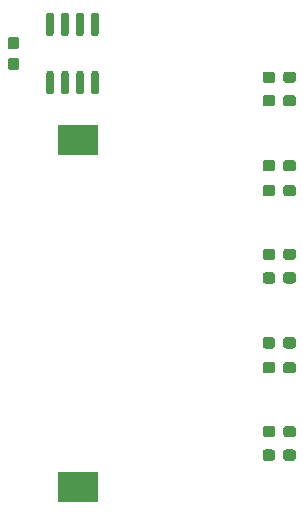
<source format=gbr>
G04 #@! TF.GenerationSoftware,KiCad,Pcbnew,(5.1.4)-1*
G04 #@! TF.CreationDate,2020-07-15T08:52:25-04:00*
G04 #@! TF.ProjectId,LoquatiousOfBored,4c6f7175-6174-4696-9f75-734f66426f72,rev?*
G04 #@! TF.SameCoordinates,Original*
G04 #@! TF.FileFunction,Paste,Top*
G04 #@! TF.FilePolarity,Positive*
%FSLAX46Y46*%
G04 Gerber Fmt 4.6, Leading zero omitted, Abs format (unit mm)*
G04 Created by KiCad (PCBNEW (5.1.4)-1) date 2020-07-15 08:52:25*
%MOMM*%
%LPD*%
G04 APERTURE LIST*
%ADD10R,3.510000X2.540000*%
%ADD11C,0.100000*%
%ADD12C,0.600000*%
%ADD13C,0.950000*%
G04 APERTURE END LIST*
D10*
X63000000Y-67320000D03*
X63000000Y-96680000D03*
D11*
G36*
X60759703Y-56550722D02*
G01*
X60774264Y-56552882D01*
X60788543Y-56556459D01*
X60802403Y-56561418D01*
X60815710Y-56567712D01*
X60828336Y-56575280D01*
X60840159Y-56584048D01*
X60851066Y-56593934D01*
X60860952Y-56604841D01*
X60869720Y-56616664D01*
X60877288Y-56629290D01*
X60883582Y-56642597D01*
X60888541Y-56656457D01*
X60892118Y-56670736D01*
X60894278Y-56685297D01*
X60895000Y-56700000D01*
X60895000Y-58350000D01*
X60894278Y-58364703D01*
X60892118Y-58379264D01*
X60888541Y-58393543D01*
X60883582Y-58407403D01*
X60877288Y-58420710D01*
X60869720Y-58433336D01*
X60860952Y-58445159D01*
X60851066Y-58456066D01*
X60840159Y-58465952D01*
X60828336Y-58474720D01*
X60815710Y-58482288D01*
X60802403Y-58488582D01*
X60788543Y-58493541D01*
X60774264Y-58497118D01*
X60759703Y-58499278D01*
X60745000Y-58500000D01*
X60445000Y-58500000D01*
X60430297Y-58499278D01*
X60415736Y-58497118D01*
X60401457Y-58493541D01*
X60387597Y-58488582D01*
X60374290Y-58482288D01*
X60361664Y-58474720D01*
X60349841Y-58465952D01*
X60338934Y-58456066D01*
X60329048Y-58445159D01*
X60320280Y-58433336D01*
X60312712Y-58420710D01*
X60306418Y-58407403D01*
X60301459Y-58393543D01*
X60297882Y-58379264D01*
X60295722Y-58364703D01*
X60295000Y-58350000D01*
X60295000Y-56700000D01*
X60295722Y-56685297D01*
X60297882Y-56670736D01*
X60301459Y-56656457D01*
X60306418Y-56642597D01*
X60312712Y-56629290D01*
X60320280Y-56616664D01*
X60329048Y-56604841D01*
X60338934Y-56593934D01*
X60349841Y-56584048D01*
X60361664Y-56575280D01*
X60374290Y-56567712D01*
X60387597Y-56561418D01*
X60401457Y-56556459D01*
X60415736Y-56552882D01*
X60430297Y-56550722D01*
X60445000Y-56550000D01*
X60745000Y-56550000D01*
X60759703Y-56550722D01*
X60759703Y-56550722D01*
G37*
D12*
X60595000Y-57525000D03*
D11*
G36*
X62029703Y-56550722D02*
G01*
X62044264Y-56552882D01*
X62058543Y-56556459D01*
X62072403Y-56561418D01*
X62085710Y-56567712D01*
X62098336Y-56575280D01*
X62110159Y-56584048D01*
X62121066Y-56593934D01*
X62130952Y-56604841D01*
X62139720Y-56616664D01*
X62147288Y-56629290D01*
X62153582Y-56642597D01*
X62158541Y-56656457D01*
X62162118Y-56670736D01*
X62164278Y-56685297D01*
X62165000Y-56700000D01*
X62165000Y-58350000D01*
X62164278Y-58364703D01*
X62162118Y-58379264D01*
X62158541Y-58393543D01*
X62153582Y-58407403D01*
X62147288Y-58420710D01*
X62139720Y-58433336D01*
X62130952Y-58445159D01*
X62121066Y-58456066D01*
X62110159Y-58465952D01*
X62098336Y-58474720D01*
X62085710Y-58482288D01*
X62072403Y-58488582D01*
X62058543Y-58493541D01*
X62044264Y-58497118D01*
X62029703Y-58499278D01*
X62015000Y-58500000D01*
X61715000Y-58500000D01*
X61700297Y-58499278D01*
X61685736Y-58497118D01*
X61671457Y-58493541D01*
X61657597Y-58488582D01*
X61644290Y-58482288D01*
X61631664Y-58474720D01*
X61619841Y-58465952D01*
X61608934Y-58456066D01*
X61599048Y-58445159D01*
X61590280Y-58433336D01*
X61582712Y-58420710D01*
X61576418Y-58407403D01*
X61571459Y-58393543D01*
X61567882Y-58379264D01*
X61565722Y-58364703D01*
X61565000Y-58350000D01*
X61565000Y-56700000D01*
X61565722Y-56685297D01*
X61567882Y-56670736D01*
X61571459Y-56656457D01*
X61576418Y-56642597D01*
X61582712Y-56629290D01*
X61590280Y-56616664D01*
X61599048Y-56604841D01*
X61608934Y-56593934D01*
X61619841Y-56584048D01*
X61631664Y-56575280D01*
X61644290Y-56567712D01*
X61657597Y-56561418D01*
X61671457Y-56556459D01*
X61685736Y-56552882D01*
X61700297Y-56550722D01*
X61715000Y-56550000D01*
X62015000Y-56550000D01*
X62029703Y-56550722D01*
X62029703Y-56550722D01*
G37*
D12*
X61865000Y-57525000D03*
D11*
G36*
X63299703Y-56550722D02*
G01*
X63314264Y-56552882D01*
X63328543Y-56556459D01*
X63342403Y-56561418D01*
X63355710Y-56567712D01*
X63368336Y-56575280D01*
X63380159Y-56584048D01*
X63391066Y-56593934D01*
X63400952Y-56604841D01*
X63409720Y-56616664D01*
X63417288Y-56629290D01*
X63423582Y-56642597D01*
X63428541Y-56656457D01*
X63432118Y-56670736D01*
X63434278Y-56685297D01*
X63435000Y-56700000D01*
X63435000Y-58350000D01*
X63434278Y-58364703D01*
X63432118Y-58379264D01*
X63428541Y-58393543D01*
X63423582Y-58407403D01*
X63417288Y-58420710D01*
X63409720Y-58433336D01*
X63400952Y-58445159D01*
X63391066Y-58456066D01*
X63380159Y-58465952D01*
X63368336Y-58474720D01*
X63355710Y-58482288D01*
X63342403Y-58488582D01*
X63328543Y-58493541D01*
X63314264Y-58497118D01*
X63299703Y-58499278D01*
X63285000Y-58500000D01*
X62985000Y-58500000D01*
X62970297Y-58499278D01*
X62955736Y-58497118D01*
X62941457Y-58493541D01*
X62927597Y-58488582D01*
X62914290Y-58482288D01*
X62901664Y-58474720D01*
X62889841Y-58465952D01*
X62878934Y-58456066D01*
X62869048Y-58445159D01*
X62860280Y-58433336D01*
X62852712Y-58420710D01*
X62846418Y-58407403D01*
X62841459Y-58393543D01*
X62837882Y-58379264D01*
X62835722Y-58364703D01*
X62835000Y-58350000D01*
X62835000Y-56700000D01*
X62835722Y-56685297D01*
X62837882Y-56670736D01*
X62841459Y-56656457D01*
X62846418Y-56642597D01*
X62852712Y-56629290D01*
X62860280Y-56616664D01*
X62869048Y-56604841D01*
X62878934Y-56593934D01*
X62889841Y-56584048D01*
X62901664Y-56575280D01*
X62914290Y-56567712D01*
X62927597Y-56561418D01*
X62941457Y-56556459D01*
X62955736Y-56552882D01*
X62970297Y-56550722D01*
X62985000Y-56550000D01*
X63285000Y-56550000D01*
X63299703Y-56550722D01*
X63299703Y-56550722D01*
G37*
D12*
X63135000Y-57525000D03*
D11*
G36*
X64569703Y-56550722D02*
G01*
X64584264Y-56552882D01*
X64598543Y-56556459D01*
X64612403Y-56561418D01*
X64625710Y-56567712D01*
X64638336Y-56575280D01*
X64650159Y-56584048D01*
X64661066Y-56593934D01*
X64670952Y-56604841D01*
X64679720Y-56616664D01*
X64687288Y-56629290D01*
X64693582Y-56642597D01*
X64698541Y-56656457D01*
X64702118Y-56670736D01*
X64704278Y-56685297D01*
X64705000Y-56700000D01*
X64705000Y-58350000D01*
X64704278Y-58364703D01*
X64702118Y-58379264D01*
X64698541Y-58393543D01*
X64693582Y-58407403D01*
X64687288Y-58420710D01*
X64679720Y-58433336D01*
X64670952Y-58445159D01*
X64661066Y-58456066D01*
X64650159Y-58465952D01*
X64638336Y-58474720D01*
X64625710Y-58482288D01*
X64612403Y-58488582D01*
X64598543Y-58493541D01*
X64584264Y-58497118D01*
X64569703Y-58499278D01*
X64555000Y-58500000D01*
X64255000Y-58500000D01*
X64240297Y-58499278D01*
X64225736Y-58497118D01*
X64211457Y-58493541D01*
X64197597Y-58488582D01*
X64184290Y-58482288D01*
X64171664Y-58474720D01*
X64159841Y-58465952D01*
X64148934Y-58456066D01*
X64139048Y-58445159D01*
X64130280Y-58433336D01*
X64122712Y-58420710D01*
X64116418Y-58407403D01*
X64111459Y-58393543D01*
X64107882Y-58379264D01*
X64105722Y-58364703D01*
X64105000Y-58350000D01*
X64105000Y-56700000D01*
X64105722Y-56685297D01*
X64107882Y-56670736D01*
X64111459Y-56656457D01*
X64116418Y-56642597D01*
X64122712Y-56629290D01*
X64130280Y-56616664D01*
X64139048Y-56604841D01*
X64148934Y-56593934D01*
X64159841Y-56584048D01*
X64171664Y-56575280D01*
X64184290Y-56567712D01*
X64197597Y-56561418D01*
X64211457Y-56556459D01*
X64225736Y-56552882D01*
X64240297Y-56550722D01*
X64255000Y-56550000D01*
X64555000Y-56550000D01*
X64569703Y-56550722D01*
X64569703Y-56550722D01*
G37*
D12*
X64405000Y-57525000D03*
D11*
G36*
X64569703Y-61500722D02*
G01*
X64584264Y-61502882D01*
X64598543Y-61506459D01*
X64612403Y-61511418D01*
X64625710Y-61517712D01*
X64638336Y-61525280D01*
X64650159Y-61534048D01*
X64661066Y-61543934D01*
X64670952Y-61554841D01*
X64679720Y-61566664D01*
X64687288Y-61579290D01*
X64693582Y-61592597D01*
X64698541Y-61606457D01*
X64702118Y-61620736D01*
X64704278Y-61635297D01*
X64705000Y-61650000D01*
X64705000Y-63300000D01*
X64704278Y-63314703D01*
X64702118Y-63329264D01*
X64698541Y-63343543D01*
X64693582Y-63357403D01*
X64687288Y-63370710D01*
X64679720Y-63383336D01*
X64670952Y-63395159D01*
X64661066Y-63406066D01*
X64650159Y-63415952D01*
X64638336Y-63424720D01*
X64625710Y-63432288D01*
X64612403Y-63438582D01*
X64598543Y-63443541D01*
X64584264Y-63447118D01*
X64569703Y-63449278D01*
X64555000Y-63450000D01*
X64255000Y-63450000D01*
X64240297Y-63449278D01*
X64225736Y-63447118D01*
X64211457Y-63443541D01*
X64197597Y-63438582D01*
X64184290Y-63432288D01*
X64171664Y-63424720D01*
X64159841Y-63415952D01*
X64148934Y-63406066D01*
X64139048Y-63395159D01*
X64130280Y-63383336D01*
X64122712Y-63370710D01*
X64116418Y-63357403D01*
X64111459Y-63343543D01*
X64107882Y-63329264D01*
X64105722Y-63314703D01*
X64105000Y-63300000D01*
X64105000Y-61650000D01*
X64105722Y-61635297D01*
X64107882Y-61620736D01*
X64111459Y-61606457D01*
X64116418Y-61592597D01*
X64122712Y-61579290D01*
X64130280Y-61566664D01*
X64139048Y-61554841D01*
X64148934Y-61543934D01*
X64159841Y-61534048D01*
X64171664Y-61525280D01*
X64184290Y-61517712D01*
X64197597Y-61511418D01*
X64211457Y-61506459D01*
X64225736Y-61502882D01*
X64240297Y-61500722D01*
X64255000Y-61500000D01*
X64555000Y-61500000D01*
X64569703Y-61500722D01*
X64569703Y-61500722D01*
G37*
D12*
X64405000Y-62475000D03*
D11*
G36*
X63299703Y-61500722D02*
G01*
X63314264Y-61502882D01*
X63328543Y-61506459D01*
X63342403Y-61511418D01*
X63355710Y-61517712D01*
X63368336Y-61525280D01*
X63380159Y-61534048D01*
X63391066Y-61543934D01*
X63400952Y-61554841D01*
X63409720Y-61566664D01*
X63417288Y-61579290D01*
X63423582Y-61592597D01*
X63428541Y-61606457D01*
X63432118Y-61620736D01*
X63434278Y-61635297D01*
X63435000Y-61650000D01*
X63435000Y-63300000D01*
X63434278Y-63314703D01*
X63432118Y-63329264D01*
X63428541Y-63343543D01*
X63423582Y-63357403D01*
X63417288Y-63370710D01*
X63409720Y-63383336D01*
X63400952Y-63395159D01*
X63391066Y-63406066D01*
X63380159Y-63415952D01*
X63368336Y-63424720D01*
X63355710Y-63432288D01*
X63342403Y-63438582D01*
X63328543Y-63443541D01*
X63314264Y-63447118D01*
X63299703Y-63449278D01*
X63285000Y-63450000D01*
X62985000Y-63450000D01*
X62970297Y-63449278D01*
X62955736Y-63447118D01*
X62941457Y-63443541D01*
X62927597Y-63438582D01*
X62914290Y-63432288D01*
X62901664Y-63424720D01*
X62889841Y-63415952D01*
X62878934Y-63406066D01*
X62869048Y-63395159D01*
X62860280Y-63383336D01*
X62852712Y-63370710D01*
X62846418Y-63357403D01*
X62841459Y-63343543D01*
X62837882Y-63329264D01*
X62835722Y-63314703D01*
X62835000Y-63300000D01*
X62835000Y-61650000D01*
X62835722Y-61635297D01*
X62837882Y-61620736D01*
X62841459Y-61606457D01*
X62846418Y-61592597D01*
X62852712Y-61579290D01*
X62860280Y-61566664D01*
X62869048Y-61554841D01*
X62878934Y-61543934D01*
X62889841Y-61534048D01*
X62901664Y-61525280D01*
X62914290Y-61517712D01*
X62927597Y-61511418D01*
X62941457Y-61506459D01*
X62955736Y-61502882D01*
X62970297Y-61500722D01*
X62985000Y-61500000D01*
X63285000Y-61500000D01*
X63299703Y-61500722D01*
X63299703Y-61500722D01*
G37*
D12*
X63135000Y-62475000D03*
D11*
G36*
X62029703Y-61500722D02*
G01*
X62044264Y-61502882D01*
X62058543Y-61506459D01*
X62072403Y-61511418D01*
X62085710Y-61517712D01*
X62098336Y-61525280D01*
X62110159Y-61534048D01*
X62121066Y-61543934D01*
X62130952Y-61554841D01*
X62139720Y-61566664D01*
X62147288Y-61579290D01*
X62153582Y-61592597D01*
X62158541Y-61606457D01*
X62162118Y-61620736D01*
X62164278Y-61635297D01*
X62165000Y-61650000D01*
X62165000Y-63300000D01*
X62164278Y-63314703D01*
X62162118Y-63329264D01*
X62158541Y-63343543D01*
X62153582Y-63357403D01*
X62147288Y-63370710D01*
X62139720Y-63383336D01*
X62130952Y-63395159D01*
X62121066Y-63406066D01*
X62110159Y-63415952D01*
X62098336Y-63424720D01*
X62085710Y-63432288D01*
X62072403Y-63438582D01*
X62058543Y-63443541D01*
X62044264Y-63447118D01*
X62029703Y-63449278D01*
X62015000Y-63450000D01*
X61715000Y-63450000D01*
X61700297Y-63449278D01*
X61685736Y-63447118D01*
X61671457Y-63443541D01*
X61657597Y-63438582D01*
X61644290Y-63432288D01*
X61631664Y-63424720D01*
X61619841Y-63415952D01*
X61608934Y-63406066D01*
X61599048Y-63395159D01*
X61590280Y-63383336D01*
X61582712Y-63370710D01*
X61576418Y-63357403D01*
X61571459Y-63343543D01*
X61567882Y-63329264D01*
X61565722Y-63314703D01*
X61565000Y-63300000D01*
X61565000Y-61650000D01*
X61565722Y-61635297D01*
X61567882Y-61620736D01*
X61571459Y-61606457D01*
X61576418Y-61592597D01*
X61582712Y-61579290D01*
X61590280Y-61566664D01*
X61599048Y-61554841D01*
X61608934Y-61543934D01*
X61619841Y-61534048D01*
X61631664Y-61525280D01*
X61644290Y-61517712D01*
X61657597Y-61511418D01*
X61671457Y-61506459D01*
X61685736Y-61502882D01*
X61700297Y-61500722D01*
X61715000Y-61500000D01*
X62015000Y-61500000D01*
X62029703Y-61500722D01*
X62029703Y-61500722D01*
G37*
D12*
X61865000Y-62475000D03*
D11*
G36*
X60759703Y-61500722D02*
G01*
X60774264Y-61502882D01*
X60788543Y-61506459D01*
X60802403Y-61511418D01*
X60815710Y-61517712D01*
X60828336Y-61525280D01*
X60840159Y-61534048D01*
X60851066Y-61543934D01*
X60860952Y-61554841D01*
X60869720Y-61566664D01*
X60877288Y-61579290D01*
X60883582Y-61592597D01*
X60888541Y-61606457D01*
X60892118Y-61620736D01*
X60894278Y-61635297D01*
X60895000Y-61650000D01*
X60895000Y-63300000D01*
X60894278Y-63314703D01*
X60892118Y-63329264D01*
X60888541Y-63343543D01*
X60883582Y-63357403D01*
X60877288Y-63370710D01*
X60869720Y-63383336D01*
X60860952Y-63395159D01*
X60851066Y-63406066D01*
X60840159Y-63415952D01*
X60828336Y-63424720D01*
X60815710Y-63432288D01*
X60802403Y-63438582D01*
X60788543Y-63443541D01*
X60774264Y-63447118D01*
X60759703Y-63449278D01*
X60745000Y-63450000D01*
X60445000Y-63450000D01*
X60430297Y-63449278D01*
X60415736Y-63447118D01*
X60401457Y-63443541D01*
X60387597Y-63438582D01*
X60374290Y-63432288D01*
X60361664Y-63424720D01*
X60349841Y-63415952D01*
X60338934Y-63406066D01*
X60329048Y-63395159D01*
X60320280Y-63383336D01*
X60312712Y-63370710D01*
X60306418Y-63357403D01*
X60301459Y-63343543D01*
X60297882Y-63329264D01*
X60295722Y-63314703D01*
X60295000Y-63300000D01*
X60295000Y-61650000D01*
X60295722Y-61635297D01*
X60297882Y-61620736D01*
X60301459Y-61606457D01*
X60306418Y-61592597D01*
X60312712Y-61579290D01*
X60320280Y-61566664D01*
X60329048Y-61554841D01*
X60338934Y-61543934D01*
X60349841Y-61534048D01*
X60361664Y-61525280D01*
X60374290Y-61517712D01*
X60387597Y-61511418D01*
X60401457Y-61506459D01*
X60415736Y-61502882D01*
X60430297Y-61500722D01*
X60445000Y-61500000D01*
X60745000Y-61500000D01*
X60759703Y-61500722D01*
X60759703Y-61500722D01*
G37*
D12*
X60595000Y-62475000D03*
D11*
G36*
X57760779Y-58601144D02*
G01*
X57783834Y-58604563D01*
X57806443Y-58610227D01*
X57828387Y-58618079D01*
X57849457Y-58628044D01*
X57869448Y-58640026D01*
X57888168Y-58653910D01*
X57905438Y-58669562D01*
X57921090Y-58686832D01*
X57934974Y-58705552D01*
X57946956Y-58725543D01*
X57956921Y-58746613D01*
X57964773Y-58768557D01*
X57970437Y-58791166D01*
X57973856Y-58814221D01*
X57975000Y-58837500D01*
X57975000Y-59412500D01*
X57973856Y-59435779D01*
X57970437Y-59458834D01*
X57964773Y-59481443D01*
X57956921Y-59503387D01*
X57946956Y-59524457D01*
X57934974Y-59544448D01*
X57921090Y-59563168D01*
X57905438Y-59580438D01*
X57888168Y-59596090D01*
X57869448Y-59609974D01*
X57849457Y-59621956D01*
X57828387Y-59631921D01*
X57806443Y-59639773D01*
X57783834Y-59645437D01*
X57760779Y-59648856D01*
X57737500Y-59650000D01*
X57262500Y-59650000D01*
X57239221Y-59648856D01*
X57216166Y-59645437D01*
X57193557Y-59639773D01*
X57171613Y-59631921D01*
X57150543Y-59621956D01*
X57130552Y-59609974D01*
X57111832Y-59596090D01*
X57094562Y-59580438D01*
X57078910Y-59563168D01*
X57065026Y-59544448D01*
X57053044Y-59524457D01*
X57043079Y-59503387D01*
X57035227Y-59481443D01*
X57029563Y-59458834D01*
X57026144Y-59435779D01*
X57025000Y-59412500D01*
X57025000Y-58837500D01*
X57026144Y-58814221D01*
X57029563Y-58791166D01*
X57035227Y-58768557D01*
X57043079Y-58746613D01*
X57053044Y-58725543D01*
X57065026Y-58705552D01*
X57078910Y-58686832D01*
X57094562Y-58669562D01*
X57111832Y-58653910D01*
X57130552Y-58640026D01*
X57150543Y-58628044D01*
X57171613Y-58618079D01*
X57193557Y-58610227D01*
X57216166Y-58604563D01*
X57239221Y-58601144D01*
X57262500Y-58600000D01*
X57737500Y-58600000D01*
X57760779Y-58601144D01*
X57760779Y-58601144D01*
G37*
D13*
X57500000Y-59125000D03*
D11*
G36*
X57760779Y-60351144D02*
G01*
X57783834Y-60354563D01*
X57806443Y-60360227D01*
X57828387Y-60368079D01*
X57849457Y-60378044D01*
X57869448Y-60390026D01*
X57888168Y-60403910D01*
X57905438Y-60419562D01*
X57921090Y-60436832D01*
X57934974Y-60455552D01*
X57946956Y-60475543D01*
X57956921Y-60496613D01*
X57964773Y-60518557D01*
X57970437Y-60541166D01*
X57973856Y-60564221D01*
X57975000Y-60587500D01*
X57975000Y-61162500D01*
X57973856Y-61185779D01*
X57970437Y-61208834D01*
X57964773Y-61231443D01*
X57956921Y-61253387D01*
X57946956Y-61274457D01*
X57934974Y-61294448D01*
X57921090Y-61313168D01*
X57905438Y-61330438D01*
X57888168Y-61346090D01*
X57869448Y-61359974D01*
X57849457Y-61371956D01*
X57828387Y-61381921D01*
X57806443Y-61389773D01*
X57783834Y-61395437D01*
X57760779Y-61398856D01*
X57737500Y-61400000D01*
X57262500Y-61400000D01*
X57239221Y-61398856D01*
X57216166Y-61395437D01*
X57193557Y-61389773D01*
X57171613Y-61381921D01*
X57150543Y-61371956D01*
X57130552Y-61359974D01*
X57111832Y-61346090D01*
X57094562Y-61330438D01*
X57078910Y-61313168D01*
X57065026Y-61294448D01*
X57053044Y-61274457D01*
X57043079Y-61253387D01*
X57035227Y-61231443D01*
X57029563Y-61208834D01*
X57026144Y-61185779D01*
X57025000Y-61162500D01*
X57025000Y-60587500D01*
X57026144Y-60564221D01*
X57029563Y-60541166D01*
X57035227Y-60518557D01*
X57043079Y-60496613D01*
X57053044Y-60475543D01*
X57065026Y-60455552D01*
X57078910Y-60436832D01*
X57094562Y-60419562D01*
X57111832Y-60403910D01*
X57130552Y-60390026D01*
X57150543Y-60378044D01*
X57171613Y-60368079D01*
X57193557Y-60360227D01*
X57216166Y-60354563D01*
X57239221Y-60351144D01*
X57262500Y-60350000D01*
X57737500Y-60350000D01*
X57760779Y-60351144D01*
X57760779Y-60351144D01*
G37*
D13*
X57500000Y-60875000D03*
D11*
G36*
X79435779Y-84026144D02*
G01*
X79458834Y-84029563D01*
X79481443Y-84035227D01*
X79503387Y-84043079D01*
X79524457Y-84053044D01*
X79544448Y-84065026D01*
X79563168Y-84078910D01*
X79580438Y-84094562D01*
X79596090Y-84111832D01*
X79609974Y-84130552D01*
X79621956Y-84150543D01*
X79631921Y-84171613D01*
X79639773Y-84193557D01*
X79645437Y-84216166D01*
X79648856Y-84239221D01*
X79650000Y-84262500D01*
X79650000Y-84737500D01*
X79648856Y-84760779D01*
X79645437Y-84783834D01*
X79639773Y-84806443D01*
X79631921Y-84828387D01*
X79621956Y-84849457D01*
X79609974Y-84869448D01*
X79596090Y-84888168D01*
X79580438Y-84905438D01*
X79563168Y-84921090D01*
X79544448Y-84934974D01*
X79524457Y-84946956D01*
X79503387Y-84956921D01*
X79481443Y-84964773D01*
X79458834Y-84970437D01*
X79435779Y-84973856D01*
X79412500Y-84975000D01*
X78837500Y-84975000D01*
X78814221Y-84973856D01*
X78791166Y-84970437D01*
X78768557Y-84964773D01*
X78746613Y-84956921D01*
X78725543Y-84946956D01*
X78705552Y-84934974D01*
X78686832Y-84921090D01*
X78669562Y-84905438D01*
X78653910Y-84888168D01*
X78640026Y-84869448D01*
X78628044Y-84849457D01*
X78618079Y-84828387D01*
X78610227Y-84806443D01*
X78604563Y-84783834D01*
X78601144Y-84760779D01*
X78600000Y-84737500D01*
X78600000Y-84262500D01*
X78601144Y-84239221D01*
X78604563Y-84216166D01*
X78610227Y-84193557D01*
X78618079Y-84171613D01*
X78628044Y-84150543D01*
X78640026Y-84130552D01*
X78653910Y-84111832D01*
X78669562Y-84094562D01*
X78686832Y-84078910D01*
X78705552Y-84065026D01*
X78725543Y-84053044D01*
X78746613Y-84043079D01*
X78768557Y-84035227D01*
X78791166Y-84029563D01*
X78814221Y-84026144D01*
X78837500Y-84025000D01*
X79412500Y-84025000D01*
X79435779Y-84026144D01*
X79435779Y-84026144D01*
G37*
D13*
X79125000Y-84500000D03*
D11*
G36*
X81185779Y-84026144D02*
G01*
X81208834Y-84029563D01*
X81231443Y-84035227D01*
X81253387Y-84043079D01*
X81274457Y-84053044D01*
X81294448Y-84065026D01*
X81313168Y-84078910D01*
X81330438Y-84094562D01*
X81346090Y-84111832D01*
X81359974Y-84130552D01*
X81371956Y-84150543D01*
X81381921Y-84171613D01*
X81389773Y-84193557D01*
X81395437Y-84216166D01*
X81398856Y-84239221D01*
X81400000Y-84262500D01*
X81400000Y-84737500D01*
X81398856Y-84760779D01*
X81395437Y-84783834D01*
X81389773Y-84806443D01*
X81381921Y-84828387D01*
X81371956Y-84849457D01*
X81359974Y-84869448D01*
X81346090Y-84888168D01*
X81330438Y-84905438D01*
X81313168Y-84921090D01*
X81294448Y-84934974D01*
X81274457Y-84946956D01*
X81253387Y-84956921D01*
X81231443Y-84964773D01*
X81208834Y-84970437D01*
X81185779Y-84973856D01*
X81162500Y-84975000D01*
X80587500Y-84975000D01*
X80564221Y-84973856D01*
X80541166Y-84970437D01*
X80518557Y-84964773D01*
X80496613Y-84956921D01*
X80475543Y-84946956D01*
X80455552Y-84934974D01*
X80436832Y-84921090D01*
X80419562Y-84905438D01*
X80403910Y-84888168D01*
X80390026Y-84869448D01*
X80378044Y-84849457D01*
X80368079Y-84828387D01*
X80360227Y-84806443D01*
X80354563Y-84783834D01*
X80351144Y-84760779D01*
X80350000Y-84737500D01*
X80350000Y-84262500D01*
X80351144Y-84239221D01*
X80354563Y-84216166D01*
X80360227Y-84193557D01*
X80368079Y-84171613D01*
X80378044Y-84150543D01*
X80390026Y-84130552D01*
X80403910Y-84111832D01*
X80419562Y-84094562D01*
X80436832Y-84078910D01*
X80455552Y-84065026D01*
X80475543Y-84053044D01*
X80496613Y-84043079D01*
X80518557Y-84035227D01*
X80541166Y-84029563D01*
X80564221Y-84026144D01*
X80587500Y-84025000D01*
X81162500Y-84025000D01*
X81185779Y-84026144D01*
X81185779Y-84026144D01*
G37*
D13*
X80875000Y-84500000D03*
D11*
G36*
X79435779Y-91526144D02*
G01*
X79458834Y-91529563D01*
X79481443Y-91535227D01*
X79503387Y-91543079D01*
X79524457Y-91553044D01*
X79544448Y-91565026D01*
X79563168Y-91578910D01*
X79580438Y-91594562D01*
X79596090Y-91611832D01*
X79609974Y-91630552D01*
X79621956Y-91650543D01*
X79631921Y-91671613D01*
X79639773Y-91693557D01*
X79645437Y-91716166D01*
X79648856Y-91739221D01*
X79650000Y-91762500D01*
X79650000Y-92237500D01*
X79648856Y-92260779D01*
X79645437Y-92283834D01*
X79639773Y-92306443D01*
X79631921Y-92328387D01*
X79621956Y-92349457D01*
X79609974Y-92369448D01*
X79596090Y-92388168D01*
X79580438Y-92405438D01*
X79563168Y-92421090D01*
X79544448Y-92434974D01*
X79524457Y-92446956D01*
X79503387Y-92456921D01*
X79481443Y-92464773D01*
X79458834Y-92470437D01*
X79435779Y-92473856D01*
X79412500Y-92475000D01*
X78837500Y-92475000D01*
X78814221Y-92473856D01*
X78791166Y-92470437D01*
X78768557Y-92464773D01*
X78746613Y-92456921D01*
X78725543Y-92446956D01*
X78705552Y-92434974D01*
X78686832Y-92421090D01*
X78669562Y-92405438D01*
X78653910Y-92388168D01*
X78640026Y-92369448D01*
X78628044Y-92349457D01*
X78618079Y-92328387D01*
X78610227Y-92306443D01*
X78604563Y-92283834D01*
X78601144Y-92260779D01*
X78600000Y-92237500D01*
X78600000Y-91762500D01*
X78601144Y-91739221D01*
X78604563Y-91716166D01*
X78610227Y-91693557D01*
X78618079Y-91671613D01*
X78628044Y-91650543D01*
X78640026Y-91630552D01*
X78653910Y-91611832D01*
X78669562Y-91594562D01*
X78686832Y-91578910D01*
X78705552Y-91565026D01*
X78725543Y-91553044D01*
X78746613Y-91543079D01*
X78768557Y-91535227D01*
X78791166Y-91529563D01*
X78814221Y-91526144D01*
X78837500Y-91525000D01*
X79412500Y-91525000D01*
X79435779Y-91526144D01*
X79435779Y-91526144D01*
G37*
D13*
X79125000Y-92000000D03*
D11*
G36*
X81185779Y-91526144D02*
G01*
X81208834Y-91529563D01*
X81231443Y-91535227D01*
X81253387Y-91543079D01*
X81274457Y-91553044D01*
X81294448Y-91565026D01*
X81313168Y-91578910D01*
X81330438Y-91594562D01*
X81346090Y-91611832D01*
X81359974Y-91630552D01*
X81371956Y-91650543D01*
X81381921Y-91671613D01*
X81389773Y-91693557D01*
X81395437Y-91716166D01*
X81398856Y-91739221D01*
X81400000Y-91762500D01*
X81400000Y-92237500D01*
X81398856Y-92260779D01*
X81395437Y-92283834D01*
X81389773Y-92306443D01*
X81381921Y-92328387D01*
X81371956Y-92349457D01*
X81359974Y-92369448D01*
X81346090Y-92388168D01*
X81330438Y-92405438D01*
X81313168Y-92421090D01*
X81294448Y-92434974D01*
X81274457Y-92446956D01*
X81253387Y-92456921D01*
X81231443Y-92464773D01*
X81208834Y-92470437D01*
X81185779Y-92473856D01*
X81162500Y-92475000D01*
X80587500Y-92475000D01*
X80564221Y-92473856D01*
X80541166Y-92470437D01*
X80518557Y-92464773D01*
X80496613Y-92456921D01*
X80475543Y-92446956D01*
X80455552Y-92434974D01*
X80436832Y-92421090D01*
X80419562Y-92405438D01*
X80403910Y-92388168D01*
X80390026Y-92369448D01*
X80378044Y-92349457D01*
X80368079Y-92328387D01*
X80360227Y-92306443D01*
X80354563Y-92283834D01*
X80351144Y-92260779D01*
X80350000Y-92237500D01*
X80350000Y-91762500D01*
X80351144Y-91739221D01*
X80354563Y-91716166D01*
X80360227Y-91693557D01*
X80368079Y-91671613D01*
X80378044Y-91650543D01*
X80390026Y-91630552D01*
X80403910Y-91611832D01*
X80419562Y-91594562D01*
X80436832Y-91578910D01*
X80455552Y-91565026D01*
X80475543Y-91553044D01*
X80496613Y-91543079D01*
X80518557Y-91535227D01*
X80541166Y-91529563D01*
X80564221Y-91526144D01*
X80587500Y-91525000D01*
X81162500Y-91525000D01*
X81185779Y-91526144D01*
X81185779Y-91526144D01*
G37*
D13*
X80875000Y-92000000D03*
D11*
G36*
X79435779Y-61526144D02*
G01*
X79458834Y-61529563D01*
X79481443Y-61535227D01*
X79503387Y-61543079D01*
X79524457Y-61553044D01*
X79544448Y-61565026D01*
X79563168Y-61578910D01*
X79580438Y-61594562D01*
X79596090Y-61611832D01*
X79609974Y-61630552D01*
X79621956Y-61650543D01*
X79631921Y-61671613D01*
X79639773Y-61693557D01*
X79645437Y-61716166D01*
X79648856Y-61739221D01*
X79650000Y-61762500D01*
X79650000Y-62237500D01*
X79648856Y-62260779D01*
X79645437Y-62283834D01*
X79639773Y-62306443D01*
X79631921Y-62328387D01*
X79621956Y-62349457D01*
X79609974Y-62369448D01*
X79596090Y-62388168D01*
X79580438Y-62405438D01*
X79563168Y-62421090D01*
X79544448Y-62434974D01*
X79524457Y-62446956D01*
X79503387Y-62456921D01*
X79481443Y-62464773D01*
X79458834Y-62470437D01*
X79435779Y-62473856D01*
X79412500Y-62475000D01*
X78837500Y-62475000D01*
X78814221Y-62473856D01*
X78791166Y-62470437D01*
X78768557Y-62464773D01*
X78746613Y-62456921D01*
X78725543Y-62446956D01*
X78705552Y-62434974D01*
X78686832Y-62421090D01*
X78669562Y-62405438D01*
X78653910Y-62388168D01*
X78640026Y-62369448D01*
X78628044Y-62349457D01*
X78618079Y-62328387D01*
X78610227Y-62306443D01*
X78604563Y-62283834D01*
X78601144Y-62260779D01*
X78600000Y-62237500D01*
X78600000Y-61762500D01*
X78601144Y-61739221D01*
X78604563Y-61716166D01*
X78610227Y-61693557D01*
X78618079Y-61671613D01*
X78628044Y-61650543D01*
X78640026Y-61630552D01*
X78653910Y-61611832D01*
X78669562Y-61594562D01*
X78686832Y-61578910D01*
X78705552Y-61565026D01*
X78725543Y-61553044D01*
X78746613Y-61543079D01*
X78768557Y-61535227D01*
X78791166Y-61529563D01*
X78814221Y-61526144D01*
X78837500Y-61525000D01*
X79412500Y-61525000D01*
X79435779Y-61526144D01*
X79435779Y-61526144D01*
G37*
D13*
X79125000Y-62000000D03*
D11*
G36*
X81185779Y-61526144D02*
G01*
X81208834Y-61529563D01*
X81231443Y-61535227D01*
X81253387Y-61543079D01*
X81274457Y-61553044D01*
X81294448Y-61565026D01*
X81313168Y-61578910D01*
X81330438Y-61594562D01*
X81346090Y-61611832D01*
X81359974Y-61630552D01*
X81371956Y-61650543D01*
X81381921Y-61671613D01*
X81389773Y-61693557D01*
X81395437Y-61716166D01*
X81398856Y-61739221D01*
X81400000Y-61762500D01*
X81400000Y-62237500D01*
X81398856Y-62260779D01*
X81395437Y-62283834D01*
X81389773Y-62306443D01*
X81381921Y-62328387D01*
X81371956Y-62349457D01*
X81359974Y-62369448D01*
X81346090Y-62388168D01*
X81330438Y-62405438D01*
X81313168Y-62421090D01*
X81294448Y-62434974D01*
X81274457Y-62446956D01*
X81253387Y-62456921D01*
X81231443Y-62464773D01*
X81208834Y-62470437D01*
X81185779Y-62473856D01*
X81162500Y-62475000D01*
X80587500Y-62475000D01*
X80564221Y-62473856D01*
X80541166Y-62470437D01*
X80518557Y-62464773D01*
X80496613Y-62456921D01*
X80475543Y-62446956D01*
X80455552Y-62434974D01*
X80436832Y-62421090D01*
X80419562Y-62405438D01*
X80403910Y-62388168D01*
X80390026Y-62369448D01*
X80378044Y-62349457D01*
X80368079Y-62328387D01*
X80360227Y-62306443D01*
X80354563Y-62283834D01*
X80351144Y-62260779D01*
X80350000Y-62237500D01*
X80350000Y-61762500D01*
X80351144Y-61739221D01*
X80354563Y-61716166D01*
X80360227Y-61693557D01*
X80368079Y-61671613D01*
X80378044Y-61650543D01*
X80390026Y-61630552D01*
X80403910Y-61611832D01*
X80419562Y-61594562D01*
X80436832Y-61578910D01*
X80455552Y-61565026D01*
X80475543Y-61553044D01*
X80496613Y-61543079D01*
X80518557Y-61535227D01*
X80541166Y-61529563D01*
X80564221Y-61526144D01*
X80587500Y-61525000D01*
X81162500Y-61525000D01*
X81185779Y-61526144D01*
X81185779Y-61526144D01*
G37*
D13*
X80875000Y-62000000D03*
D11*
G36*
X79435779Y-69026144D02*
G01*
X79458834Y-69029563D01*
X79481443Y-69035227D01*
X79503387Y-69043079D01*
X79524457Y-69053044D01*
X79544448Y-69065026D01*
X79563168Y-69078910D01*
X79580438Y-69094562D01*
X79596090Y-69111832D01*
X79609974Y-69130552D01*
X79621956Y-69150543D01*
X79631921Y-69171613D01*
X79639773Y-69193557D01*
X79645437Y-69216166D01*
X79648856Y-69239221D01*
X79650000Y-69262500D01*
X79650000Y-69737500D01*
X79648856Y-69760779D01*
X79645437Y-69783834D01*
X79639773Y-69806443D01*
X79631921Y-69828387D01*
X79621956Y-69849457D01*
X79609974Y-69869448D01*
X79596090Y-69888168D01*
X79580438Y-69905438D01*
X79563168Y-69921090D01*
X79544448Y-69934974D01*
X79524457Y-69946956D01*
X79503387Y-69956921D01*
X79481443Y-69964773D01*
X79458834Y-69970437D01*
X79435779Y-69973856D01*
X79412500Y-69975000D01*
X78837500Y-69975000D01*
X78814221Y-69973856D01*
X78791166Y-69970437D01*
X78768557Y-69964773D01*
X78746613Y-69956921D01*
X78725543Y-69946956D01*
X78705552Y-69934974D01*
X78686832Y-69921090D01*
X78669562Y-69905438D01*
X78653910Y-69888168D01*
X78640026Y-69869448D01*
X78628044Y-69849457D01*
X78618079Y-69828387D01*
X78610227Y-69806443D01*
X78604563Y-69783834D01*
X78601144Y-69760779D01*
X78600000Y-69737500D01*
X78600000Y-69262500D01*
X78601144Y-69239221D01*
X78604563Y-69216166D01*
X78610227Y-69193557D01*
X78618079Y-69171613D01*
X78628044Y-69150543D01*
X78640026Y-69130552D01*
X78653910Y-69111832D01*
X78669562Y-69094562D01*
X78686832Y-69078910D01*
X78705552Y-69065026D01*
X78725543Y-69053044D01*
X78746613Y-69043079D01*
X78768557Y-69035227D01*
X78791166Y-69029563D01*
X78814221Y-69026144D01*
X78837500Y-69025000D01*
X79412500Y-69025000D01*
X79435779Y-69026144D01*
X79435779Y-69026144D01*
G37*
D13*
X79125000Y-69500000D03*
D11*
G36*
X81185779Y-69026144D02*
G01*
X81208834Y-69029563D01*
X81231443Y-69035227D01*
X81253387Y-69043079D01*
X81274457Y-69053044D01*
X81294448Y-69065026D01*
X81313168Y-69078910D01*
X81330438Y-69094562D01*
X81346090Y-69111832D01*
X81359974Y-69130552D01*
X81371956Y-69150543D01*
X81381921Y-69171613D01*
X81389773Y-69193557D01*
X81395437Y-69216166D01*
X81398856Y-69239221D01*
X81400000Y-69262500D01*
X81400000Y-69737500D01*
X81398856Y-69760779D01*
X81395437Y-69783834D01*
X81389773Y-69806443D01*
X81381921Y-69828387D01*
X81371956Y-69849457D01*
X81359974Y-69869448D01*
X81346090Y-69888168D01*
X81330438Y-69905438D01*
X81313168Y-69921090D01*
X81294448Y-69934974D01*
X81274457Y-69946956D01*
X81253387Y-69956921D01*
X81231443Y-69964773D01*
X81208834Y-69970437D01*
X81185779Y-69973856D01*
X81162500Y-69975000D01*
X80587500Y-69975000D01*
X80564221Y-69973856D01*
X80541166Y-69970437D01*
X80518557Y-69964773D01*
X80496613Y-69956921D01*
X80475543Y-69946956D01*
X80455552Y-69934974D01*
X80436832Y-69921090D01*
X80419562Y-69905438D01*
X80403910Y-69888168D01*
X80390026Y-69869448D01*
X80378044Y-69849457D01*
X80368079Y-69828387D01*
X80360227Y-69806443D01*
X80354563Y-69783834D01*
X80351144Y-69760779D01*
X80350000Y-69737500D01*
X80350000Y-69262500D01*
X80351144Y-69239221D01*
X80354563Y-69216166D01*
X80360227Y-69193557D01*
X80368079Y-69171613D01*
X80378044Y-69150543D01*
X80390026Y-69130552D01*
X80403910Y-69111832D01*
X80419562Y-69094562D01*
X80436832Y-69078910D01*
X80455552Y-69065026D01*
X80475543Y-69053044D01*
X80496613Y-69043079D01*
X80518557Y-69035227D01*
X80541166Y-69029563D01*
X80564221Y-69026144D01*
X80587500Y-69025000D01*
X81162500Y-69025000D01*
X81185779Y-69026144D01*
X81185779Y-69026144D01*
G37*
D13*
X80875000Y-69500000D03*
D11*
G36*
X79435779Y-76526144D02*
G01*
X79458834Y-76529563D01*
X79481443Y-76535227D01*
X79503387Y-76543079D01*
X79524457Y-76553044D01*
X79544448Y-76565026D01*
X79563168Y-76578910D01*
X79580438Y-76594562D01*
X79596090Y-76611832D01*
X79609974Y-76630552D01*
X79621956Y-76650543D01*
X79631921Y-76671613D01*
X79639773Y-76693557D01*
X79645437Y-76716166D01*
X79648856Y-76739221D01*
X79650000Y-76762500D01*
X79650000Y-77237500D01*
X79648856Y-77260779D01*
X79645437Y-77283834D01*
X79639773Y-77306443D01*
X79631921Y-77328387D01*
X79621956Y-77349457D01*
X79609974Y-77369448D01*
X79596090Y-77388168D01*
X79580438Y-77405438D01*
X79563168Y-77421090D01*
X79544448Y-77434974D01*
X79524457Y-77446956D01*
X79503387Y-77456921D01*
X79481443Y-77464773D01*
X79458834Y-77470437D01*
X79435779Y-77473856D01*
X79412500Y-77475000D01*
X78837500Y-77475000D01*
X78814221Y-77473856D01*
X78791166Y-77470437D01*
X78768557Y-77464773D01*
X78746613Y-77456921D01*
X78725543Y-77446956D01*
X78705552Y-77434974D01*
X78686832Y-77421090D01*
X78669562Y-77405438D01*
X78653910Y-77388168D01*
X78640026Y-77369448D01*
X78628044Y-77349457D01*
X78618079Y-77328387D01*
X78610227Y-77306443D01*
X78604563Y-77283834D01*
X78601144Y-77260779D01*
X78600000Y-77237500D01*
X78600000Y-76762500D01*
X78601144Y-76739221D01*
X78604563Y-76716166D01*
X78610227Y-76693557D01*
X78618079Y-76671613D01*
X78628044Y-76650543D01*
X78640026Y-76630552D01*
X78653910Y-76611832D01*
X78669562Y-76594562D01*
X78686832Y-76578910D01*
X78705552Y-76565026D01*
X78725543Y-76553044D01*
X78746613Y-76543079D01*
X78768557Y-76535227D01*
X78791166Y-76529563D01*
X78814221Y-76526144D01*
X78837500Y-76525000D01*
X79412500Y-76525000D01*
X79435779Y-76526144D01*
X79435779Y-76526144D01*
G37*
D13*
X79125000Y-77000000D03*
D11*
G36*
X81185779Y-76526144D02*
G01*
X81208834Y-76529563D01*
X81231443Y-76535227D01*
X81253387Y-76543079D01*
X81274457Y-76553044D01*
X81294448Y-76565026D01*
X81313168Y-76578910D01*
X81330438Y-76594562D01*
X81346090Y-76611832D01*
X81359974Y-76630552D01*
X81371956Y-76650543D01*
X81381921Y-76671613D01*
X81389773Y-76693557D01*
X81395437Y-76716166D01*
X81398856Y-76739221D01*
X81400000Y-76762500D01*
X81400000Y-77237500D01*
X81398856Y-77260779D01*
X81395437Y-77283834D01*
X81389773Y-77306443D01*
X81381921Y-77328387D01*
X81371956Y-77349457D01*
X81359974Y-77369448D01*
X81346090Y-77388168D01*
X81330438Y-77405438D01*
X81313168Y-77421090D01*
X81294448Y-77434974D01*
X81274457Y-77446956D01*
X81253387Y-77456921D01*
X81231443Y-77464773D01*
X81208834Y-77470437D01*
X81185779Y-77473856D01*
X81162500Y-77475000D01*
X80587500Y-77475000D01*
X80564221Y-77473856D01*
X80541166Y-77470437D01*
X80518557Y-77464773D01*
X80496613Y-77456921D01*
X80475543Y-77446956D01*
X80455552Y-77434974D01*
X80436832Y-77421090D01*
X80419562Y-77405438D01*
X80403910Y-77388168D01*
X80390026Y-77369448D01*
X80378044Y-77349457D01*
X80368079Y-77328387D01*
X80360227Y-77306443D01*
X80354563Y-77283834D01*
X80351144Y-77260779D01*
X80350000Y-77237500D01*
X80350000Y-76762500D01*
X80351144Y-76739221D01*
X80354563Y-76716166D01*
X80360227Y-76693557D01*
X80368079Y-76671613D01*
X80378044Y-76650543D01*
X80390026Y-76630552D01*
X80403910Y-76611832D01*
X80419562Y-76594562D01*
X80436832Y-76578910D01*
X80455552Y-76565026D01*
X80475543Y-76553044D01*
X80496613Y-76543079D01*
X80518557Y-76535227D01*
X80541166Y-76529563D01*
X80564221Y-76526144D01*
X80587500Y-76525000D01*
X81162500Y-76525000D01*
X81185779Y-76526144D01*
X81185779Y-76526144D01*
G37*
D13*
X80875000Y-77000000D03*
D11*
G36*
X81185779Y-86126144D02*
G01*
X81208834Y-86129563D01*
X81231443Y-86135227D01*
X81253387Y-86143079D01*
X81274457Y-86153044D01*
X81294448Y-86165026D01*
X81313168Y-86178910D01*
X81330438Y-86194562D01*
X81346090Y-86211832D01*
X81359974Y-86230552D01*
X81371956Y-86250543D01*
X81381921Y-86271613D01*
X81389773Y-86293557D01*
X81395437Y-86316166D01*
X81398856Y-86339221D01*
X81400000Y-86362500D01*
X81400000Y-86837500D01*
X81398856Y-86860779D01*
X81395437Y-86883834D01*
X81389773Y-86906443D01*
X81381921Y-86928387D01*
X81371956Y-86949457D01*
X81359974Y-86969448D01*
X81346090Y-86988168D01*
X81330438Y-87005438D01*
X81313168Y-87021090D01*
X81294448Y-87034974D01*
X81274457Y-87046956D01*
X81253387Y-87056921D01*
X81231443Y-87064773D01*
X81208834Y-87070437D01*
X81185779Y-87073856D01*
X81162500Y-87075000D01*
X80587500Y-87075000D01*
X80564221Y-87073856D01*
X80541166Y-87070437D01*
X80518557Y-87064773D01*
X80496613Y-87056921D01*
X80475543Y-87046956D01*
X80455552Y-87034974D01*
X80436832Y-87021090D01*
X80419562Y-87005438D01*
X80403910Y-86988168D01*
X80390026Y-86969448D01*
X80378044Y-86949457D01*
X80368079Y-86928387D01*
X80360227Y-86906443D01*
X80354563Y-86883834D01*
X80351144Y-86860779D01*
X80350000Y-86837500D01*
X80350000Y-86362500D01*
X80351144Y-86339221D01*
X80354563Y-86316166D01*
X80360227Y-86293557D01*
X80368079Y-86271613D01*
X80378044Y-86250543D01*
X80390026Y-86230552D01*
X80403910Y-86211832D01*
X80419562Y-86194562D01*
X80436832Y-86178910D01*
X80455552Y-86165026D01*
X80475543Y-86153044D01*
X80496613Y-86143079D01*
X80518557Y-86135227D01*
X80541166Y-86129563D01*
X80564221Y-86126144D01*
X80587500Y-86125000D01*
X81162500Y-86125000D01*
X81185779Y-86126144D01*
X81185779Y-86126144D01*
G37*
D13*
X80875000Y-86600000D03*
D11*
G36*
X79435779Y-86126144D02*
G01*
X79458834Y-86129563D01*
X79481443Y-86135227D01*
X79503387Y-86143079D01*
X79524457Y-86153044D01*
X79544448Y-86165026D01*
X79563168Y-86178910D01*
X79580438Y-86194562D01*
X79596090Y-86211832D01*
X79609974Y-86230552D01*
X79621956Y-86250543D01*
X79631921Y-86271613D01*
X79639773Y-86293557D01*
X79645437Y-86316166D01*
X79648856Y-86339221D01*
X79650000Y-86362500D01*
X79650000Y-86837500D01*
X79648856Y-86860779D01*
X79645437Y-86883834D01*
X79639773Y-86906443D01*
X79631921Y-86928387D01*
X79621956Y-86949457D01*
X79609974Y-86969448D01*
X79596090Y-86988168D01*
X79580438Y-87005438D01*
X79563168Y-87021090D01*
X79544448Y-87034974D01*
X79524457Y-87046956D01*
X79503387Y-87056921D01*
X79481443Y-87064773D01*
X79458834Y-87070437D01*
X79435779Y-87073856D01*
X79412500Y-87075000D01*
X78837500Y-87075000D01*
X78814221Y-87073856D01*
X78791166Y-87070437D01*
X78768557Y-87064773D01*
X78746613Y-87056921D01*
X78725543Y-87046956D01*
X78705552Y-87034974D01*
X78686832Y-87021090D01*
X78669562Y-87005438D01*
X78653910Y-86988168D01*
X78640026Y-86969448D01*
X78628044Y-86949457D01*
X78618079Y-86928387D01*
X78610227Y-86906443D01*
X78604563Y-86883834D01*
X78601144Y-86860779D01*
X78600000Y-86837500D01*
X78600000Y-86362500D01*
X78601144Y-86339221D01*
X78604563Y-86316166D01*
X78610227Y-86293557D01*
X78618079Y-86271613D01*
X78628044Y-86250543D01*
X78640026Y-86230552D01*
X78653910Y-86211832D01*
X78669562Y-86194562D01*
X78686832Y-86178910D01*
X78705552Y-86165026D01*
X78725543Y-86153044D01*
X78746613Y-86143079D01*
X78768557Y-86135227D01*
X78791166Y-86129563D01*
X78814221Y-86126144D01*
X78837500Y-86125000D01*
X79412500Y-86125000D01*
X79435779Y-86126144D01*
X79435779Y-86126144D01*
G37*
D13*
X79125000Y-86600000D03*
D11*
G36*
X81185779Y-93526144D02*
G01*
X81208834Y-93529563D01*
X81231443Y-93535227D01*
X81253387Y-93543079D01*
X81274457Y-93553044D01*
X81294448Y-93565026D01*
X81313168Y-93578910D01*
X81330438Y-93594562D01*
X81346090Y-93611832D01*
X81359974Y-93630552D01*
X81371956Y-93650543D01*
X81381921Y-93671613D01*
X81389773Y-93693557D01*
X81395437Y-93716166D01*
X81398856Y-93739221D01*
X81400000Y-93762500D01*
X81400000Y-94237500D01*
X81398856Y-94260779D01*
X81395437Y-94283834D01*
X81389773Y-94306443D01*
X81381921Y-94328387D01*
X81371956Y-94349457D01*
X81359974Y-94369448D01*
X81346090Y-94388168D01*
X81330438Y-94405438D01*
X81313168Y-94421090D01*
X81294448Y-94434974D01*
X81274457Y-94446956D01*
X81253387Y-94456921D01*
X81231443Y-94464773D01*
X81208834Y-94470437D01*
X81185779Y-94473856D01*
X81162500Y-94475000D01*
X80587500Y-94475000D01*
X80564221Y-94473856D01*
X80541166Y-94470437D01*
X80518557Y-94464773D01*
X80496613Y-94456921D01*
X80475543Y-94446956D01*
X80455552Y-94434974D01*
X80436832Y-94421090D01*
X80419562Y-94405438D01*
X80403910Y-94388168D01*
X80390026Y-94369448D01*
X80378044Y-94349457D01*
X80368079Y-94328387D01*
X80360227Y-94306443D01*
X80354563Y-94283834D01*
X80351144Y-94260779D01*
X80350000Y-94237500D01*
X80350000Y-93762500D01*
X80351144Y-93739221D01*
X80354563Y-93716166D01*
X80360227Y-93693557D01*
X80368079Y-93671613D01*
X80378044Y-93650543D01*
X80390026Y-93630552D01*
X80403910Y-93611832D01*
X80419562Y-93594562D01*
X80436832Y-93578910D01*
X80455552Y-93565026D01*
X80475543Y-93553044D01*
X80496613Y-93543079D01*
X80518557Y-93535227D01*
X80541166Y-93529563D01*
X80564221Y-93526144D01*
X80587500Y-93525000D01*
X81162500Y-93525000D01*
X81185779Y-93526144D01*
X81185779Y-93526144D01*
G37*
D13*
X80875000Y-94000000D03*
D11*
G36*
X79435779Y-93526144D02*
G01*
X79458834Y-93529563D01*
X79481443Y-93535227D01*
X79503387Y-93543079D01*
X79524457Y-93553044D01*
X79544448Y-93565026D01*
X79563168Y-93578910D01*
X79580438Y-93594562D01*
X79596090Y-93611832D01*
X79609974Y-93630552D01*
X79621956Y-93650543D01*
X79631921Y-93671613D01*
X79639773Y-93693557D01*
X79645437Y-93716166D01*
X79648856Y-93739221D01*
X79650000Y-93762500D01*
X79650000Y-94237500D01*
X79648856Y-94260779D01*
X79645437Y-94283834D01*
X79639773Y-94306443D01*
X79631921Y-94328387D01*
X79621956Y-94349457D01*
X79609974Y-94369448D01*
X79596090Y-94388168D01*
X79580438Y-94405438D01*
X79563168Y-94421090D01*
X79544448Y-94434974D01*
X79524457Y-94446956D01*
X79503387Y-94456921D01*
X79481443Y-94464773D01*
X79458834Y-94470437D01*
X79435779Y-94473856D01*
X79412500Y-94475000D01*
X78837500Y-94475000D01*
X78814221Y-94473856D01*
X78791166Y-94470437D01*
X78768557Y-94464773D01*
X78746613Y-94456921D01*
X78725543Y-94446956D01*
X78705552Y-94434974D01*
X78686832Y-94421090D01*
X78669562Y-94405438D01*
X78653910Y-94388168D01*
X78640026Y-94369448D01*
X78628044Y-94349457D01*
X78618079Y-94328387D01*
X78610227Y-94306443D01*
X78604563Y-94283834D01*
X78601144Y-94260779D01*
X78600000Y-94237500D01*
X78600000Y-93762500D01*
X78601144Y-93739221D01*
X78604563Y-93716166D01*
X78610227Y-93693557D01*
X78618079Y-93671613D01*
X78628044Y-93650543D01*
X78640026Y-93630552D01*
X78653910Y-93611832D01*
X78669562Y-93594562D01*
X78686832Y-93578910D01*
X78705552Y-93565026D01*
X78725543Y-93553044D01*
X78746613Y-93543079D01*
X78768557Y-93535227D01*
X78791166Y-93529563D01*
X78814221Y-93526144D01*
X78837500Y-93525000D01*
X79412500Y-93525000D01*
X79435779Y-93526144D01*
X79435779Y-93526144D01*
G37*
D13*
X79125000Y-94000000D03*
D11*
G36*
X81185779Y-63526144D02*
G01*
X81208834Y-63529563D01*
X81231443Y-63535227D01*
X81253387Y-63543079D01*
X81274457Y-63553044D01*
X81294448Y-63565026D01*
X81313168Y-63578910D01*
X81330438Y-63594562D01*
X81346090Y-63611832D01*
X81359974Y-63630552D01*
X81371956Y-63650543D01*
X81381921Y-63671613D01*
X81389773Y-63693557D01*
X81395437Y-63716166D01*
X81398856Y-63739221D01*
X81400000Y-63762500D01*
X81400000Y-64237500D01*
X81398856Y-64260779D01*
X81395437Y-64283834D01*
X81389773Y-64306443D01*
X81381921Y-64328387D01*
X81371956Y-64349457D01*
X81359974Y-64369448D01*
X81346090Y-64388168D01*
X81330438Y-64405438D01*
X81313168Y-64421090D01*
X81294448Y-64434974D01*
X81274457Y-64446956D01*
X81253387Y-64456921D01*
X81231443Y-64464773D01*
X81208834Y-64470437D01*
X81185779Y-64473856D01*
X81162500Y-64475000D01*
X80587500Y-64475000D01*
X80564221Y-64473856D01*
X80541166Y-64470437D01*
X80518557Y-64464773D01*
X80496613Y-64456921D01*
X80475543Y-64446956D01*
X80455552Y-64434974D01*
X80436832Y-64421090D01*
X80419562Y-64405438D01*
X80403910Y-64388168D01*
X80390026Y-64369448D01*
X80378044Y-64349457D01*
X80368079Y-64328387D01*
X80360227Y-64306443D01*
X80354563Y-64283834D01*
X80351144Y-64260779D01*
X80350000Y-64237500D01*
X80350000Y-63762500D01*
X80351144Y-63739221D01*
X80354563Y-63716166D01*
X80360227Y-63693557D01*
X80368079Y-63671613D01*
X80378044Y-63650543D01*
X80390026Y-63630552D01*
X80403910Y-63611832D01*
X80419562Y-63594562D01*
X80436832Y-63578910D01*
X80455552Y-63565026D01*
X80475543Y-63553044D01*
X80496613Y-63543079D01*
X80518557Y-63535227D01*
X80541166Y-63529563D01*
X80564221Y-63526144D01*
X80587500Y-63525000D01*
X81162500Y-63525000D01*
X81185779Y-63526144D01*
X81185779Y-63526144D01*
G37*
D13*
X80875000Y-64000000D03*
D11*
G36*
X79435779Y-63526144D02*
G01*
X79458834Y-63529563D01*
X79481443Y-63535227D01*
X79503387Y-63543079D01*
X79524457Y-63553044D01*
X79544448Y-63565026D01*
X79563168Y-63578910D01*
X79580438Y-63594562D01*
X79596090Y-63611832D01*
X79609974Y-63630552D01*
X79621956Y-63650543D01*
X79631921Y-63671613D01*
X79639773Y-63693557D01*
X79645437Y-63716166D01*
X79648856Y-63739221D01*
X79650000Y-63762500D01*
X79650000Y-64237500D01*
X79648856Y-64260779D01*
X79645437Y-64283834D01*
X79639773Y-64306443D01*
X79631921Y-64328387D01*
X79621956Y-64349457D01*
X79609974Y-64369448D01*
X79596090Y-64388168D01*
X79580438Y-64405438D01*
X79563168Y-64421090D01*
X79544448Y-64434974D01*
X79524457Y-64446956D01*
X79503387Y-64456921D01*
X79481443Y-64464773D01*
X79458834Y-64470437D01*
X79435779Y-64473856D01*
X79412500Y-64475000D01*
X78837500Y-64475000D01*
X78814221Y-64473856D01*
X78791166Y-64470437D01*
X78768557Y-64464773D01*
X78746613Y-64456921D01*
X78725543Y-64446956D01*
X78705552Y-64434974D01*
X78686832Y-64421090D01*
X78669562Y-64405438D01*
X78653910Y-64388168D01*
X78640026Y-64369448D01*
X78628044Y-64349457D01*
X78618079Y-64328387D01*
X78610227Y-64306443D01*
X78604563Y-64283834D01*
X78601144Y-64260779D01*
X78600000Y-64237500D01*
X78600000Y-63762500D01*
X78601144Y-63739221D01*
X78604563Y-63716166D01*
X78610227Y-63693557D01*
X78618079Y-63671613D01*
X78628044Y-63650543D01*
X78640026Y-63630552D01*
X78653910Y-63611832D01*
X78669562Y-63594562D01*
X78686832Y-63578910D01*
X78705552Y-63565026D01*
X78725543Y-63553044D01*
X78746613Y-63543079D01*
X78768557Y-63535227D01*
X78791166Y-63529563D01*
X78814221Y-63526144D01*
X78837500Y-63525000D01*
X79412500Y-63525000D01*
X79435779Y-63526144D01*
X79435779Y-63526144D01*
G37*
D13*
X79125000Y-64000000D03*
D11*
G36*
X81185779Y-71126144D02*
G01*
X81208834Y-71129563D01*
X81231443Y-71135227D01*
X81253387Y-71143079D01*
X81274457Y-71153044D01*
X81294448Y-71165026D01*
X81313168Y-71178910D01*
X81330438Y-71194562D01*
X81346090Y-71211832D01*
X81359974Y-71230552D01*
X81371956Y-71250543D01*
X81381921Y-71271613D01*
X81389773Y-71293557D01*
X81395437Y-71316166D01*
X81398856Y-71339221D01*
X81400000Y-71362500D01*
X81400000Y-71837500D01*
X81398856Y-71860779D01*
X81395437Y-71883834D01*
X81389773Y-71906443D01*
X81381921Y-71928387D01*
X81371956Y-71949457D01*
X81359974Y-71969448D01*
X81346090Y-71988168D01*
X81330438Y-72005438D01*
X81313168Y-72021090D01*
X81294448Y-72034974D01*
X81274457Y-72046956D01*
X81253387Y-72056921D01*
X81231443Y-72064773D01*
X81208834Y-72070437D01*
X81185779Y-72073856D01*
X81162500Y-72075000D01*
X80587500Y-72075000D01*
X80564221Y-72073856D01*
X80541166Y-72070437D01*
X80518557Y-72064773D01*
X80496613Y-72056921D01*
X80475543Y-72046956D01*
X80455552Y-72034974D01*
X80436832Y-72021090D01*
X80419562Y-72005438D01*
X80403910Y-71988168D01*
X80390026Y-71969448D01*
X80378044Y-71949457D01*
X80368079Y-71928387D01*
X80360227Y-71906443D01*
X80354563Y-71883834D01*
X80351144Y-71860779D01*
X80350000Y-71837500D01*
X80350000Y-71362500D01*
X80351144Y-71339221D01*
X80354563Y-71316166D01*
X80360227Y-71293557D01*
X80368079Y-71271613D01*
X80378044Y-71250543D01*
X80390026Y-71230552D01*
X80403910Y-71211832D01*
X80419562Y-71194562D01*
X80436832Y-71178910D01*
X80455552Y-71165026D01*
X80475543Y-71153044D01*
X80496613Y-71143079D01*
X80518557Y-71135227D01*
X80541166Y-71129563D01*
X80564221Y-71126144D01*
X80587500Y-71125000D01*
X81162500Y-71125000D01*
X81185779Y-71126144D01*
X81185779Y-71126144D01*
G37*
D13*
X80875000Y-71600000D03*
D11*
G36*
X79435779Y-71126144D02*
G01*
X79458834Y-71129563D01*
X79481443Y-71135227D01*
X79503387Y-71143079D01*
X79524457Y-71153044D01*
X79544448Y-71165026D01*
X79563168Y-71178910D01*
X79580438Y-71194562D01*
X79596090Y-71211832D01*
X79609974Y-71230552D01*
X79621956Y-71250543D01*
X79631921Y-71271613D01*
X79639773Y-71293557D01*
X79645437Y-71316166D01*
X79648856Y-71339221D01*
X79650000Y-71362500D01*
X79650000Y-71837500D01*
X79648856Y-71860779D01*
X79645437Y-71883834D01*
X79639773Y-71906443D01*
X79631921Y-71928387D01*
X79621956Y-71949457D01*
X79609974Y-71969448D01*
X79596090Y-71988168D01*
X79580438Y-72005438D01*
X79563168Y-72021090D01*
X79544448Y-72034974D01*
X79524457Y-72046956D01*
X79503387Y-72056921D01*
X79481443Y-72064773D01*
X79458834Y-72070437D01*
X79435779Y-72073856D01*
X79412500Y-72075000D01*
X78837500Y-72075000D01*
X78814221Y-72073856D01*
X78791166Y-72070437D01*
X78768557Y-72064773D01*
X78746613Y-72056921D01*
X78725543Y-72046956D01*
X78705552Y-72034974D01*
X78686832Y-72021090D01*
X78669562Y-72005438D01*
X78653910Y-71988168D01*
X78640026Y-71969448D01*
X78628044Y-71949457D01*
X78618079Y-71928387D01*
X78610227Y-71906443D01*
X78604563Y-71883834D01*
X78601144Y-71860779D01*
X78600000Y-71837500D01*
X78600000Y-71362500D01*
X78601144Y-71339221D01*
X78604563Y-71316166D01*
X78610227Y-71293557D01*
X78618079Y-71271613D01*
X78628044Y-71250543D01*
X78640026Y-71230552D01*
X78653910Y-71211832D01*
X78669562Y-71194562D01*
X78686832Y-71178910D01*
X78705552Y-71165026D01*
X78725543Y-71153044D01*
X78746613Y-71143079D01*
X78768557Y-71135227D01*
X78791166Y-71129563D01*
X78814221Y-71126144D01*
X78837500Y-71125000D01*
X79412500Y-71125000D01*
X79435779Y-71126144D01*
X79435779Y-71126144D01*
G37*
D13*
X79125000Y-71600000D03*
D11*
G36*
X81185779Y-78526144D02*
G01*
X81208834Y-78529563D01*
X81231443Y-78535227D01*
X81253387Y-78543079D01*
X81274457Y-78553044D01*
X81294448Y-78565026D01*
X81313168Y-78578910D01*
X81330438Y-78594562D01*
X81346090Y-78611832D01*
X81359974Y-78630552D01*
X81371956Y-78650543D01*
X81381921Y-78671613D01*
X81389773Y-78693557D01*
X81395437Y-78716166D01*
X81398856Y-78739221D01*
X81400000Y-78762500D01*
X81400000Y-79237500D01*
X81398856Y-79260779D01*
X81395437Y-79283834D01*
X81389773Y-79306443D01*
X81381921Y-79328387D01*
X81371956Y-79349457D01*
X81359974Y-79369448D01*
X81346090Y-79388168D01*
X81330438Y-79405438D01*
X81313168Y-79421090D01*
X81294448Y-79434974D01*
X81274457Y-79446956D01*
X81253387Y-79456921D01*
X81231443Y-79464773D01*
X81208834Y-79470437D01*
X81185779Y-79473856D01*
X81162500Y-79475000D01*
X80587500Y-79475000D01*
X80564221Y-79473856D01*
X80541166Y-79470437D01*
X80518557Y-79464773D01*
X80496613Y-79456921D01*
X80475543Y-79446956D01*
X80455552Y-79434974D01*
X80436832Y-79421090D01*
X80419562Y-79405438D01*
X80403910Y-79388168D01*
X80390026Y-79369448D01*
X80378044Y-79349457D01*
X80368079Y-79328387D01*
X80360227Y-79306443D01*
X80354563Y-79283834D01*
X80351144Y-79260779D01*
X80350000Y-79237500D01*
X80350000Y-78762500D01*
X80351144Y-78739221D01*
X80354563Y-78716166D01*
X80360227Y-78693557D01*
X80368079Y-78671613D01*
X80378044Y-78650543D01*
X80390026Y-78630552D01*
X80403910Y-78611832D01*
X80419562Y-78594562D01*
X80436832Y-78578910D01*
X80455552Y-78565026D01*
X80475543Y-78553044D01*
X80496613Y-78543079D01*
X80518557Y-78535227D01*
X80541166Y-78529563D01*
X80564221Y-78526144D01*
X80587500Y-78525000D01*
X81162500Y-78525000D01*
X81185779Y-78526144D01*
X81185779Y-78526144D01*
G37*
D13*
X80875000Y-79000000D03*
D11*
G36*
X79435779Y-78526144D02*
G01*
X79458834Y-78529563D01*
X79481443Y-78535227D01*
X79503387Y-78543079D01*
X79524457Y-78553044D01*
X79544448Y-78565026D01*
X79563168Y-78578910D01*
X79580438Y-78594562D01*
X79596090Y-78611832D01*
X79609974Y-78630552D01*
X79621956Y-78650543D01*
X79631921Y-78671613D01*
X79639773Y-78693557D01*
X79645437Y-78716166D01*
X79648856Y-78739221D01*
X79650000Y-78762500D01*
X79650000Y-79237500D01*
X79648856Y-79260779D01*
X79645437Y-79283834D01*
X79639773Y-79306443D01*
X79631921Y-79328387D01*
X79621956Y-79349457D01*
X79609974Y-79369448D01*
X79596090Y-79388168D01*
X79580438Y-79405438D01*
X79563168Y-79421090D01*
X79544448Y-79434974D01*
X79524457Y-79446956D01*
X79503387Y-79456921D01*
X79481443Y-79464773D01*
X79458834Y-79470437D01*
X79435779Y-79473856D01*
X79412500Y-79475000D01*
X78837500Y-79475000D01*
X78814221Y-79473856D01*
X78791166Y-79470437D01*
X78768557Y-79464773D01*
X78746613Y-79456921D01*
X78725543Y-79446956D01*
X78705552Y-79434974D01*
X78686832Y-79421090D01*
X78669562Y-79405438D01*
X78653910Y-79388168D01*
X78640026Y-79369448D01*
X78628044Y-79349457D01*
X78618079Y-79328387D01*
X78610227Y-79306443D01*
X78604563Y-79283834D01*
X78601144Y-79260779D01*
X78600000Y-79237500D01*
X78600000Y-78762500D01*
X78601144Y-78739221D01*
X78604563Y-78716166D01*
X78610227Y-78693557D01*
X78618079Y-78671613D01*
X78628044Y-78650543D01*
X78640026Y-78630552D01*
X78653910Y-78611832D01*
X78669562Y-78594562D01*
X78686832Y-78578910D01*
X78705552Y-78565026D01*
X78725543Y-78553044D01*
X78746613Y-78543079D01*
X78768557Y-78535227D01*
X78791166Y-78529563D01*
X78814221Y-78526144D01*
X78837500Y-78525000D01*
X79412500Y-78525000D01*
X79435779Y-78526144D01*
X79435779Y-78526144D01*
G37*
D13*
X79125000Y-79000000D03*
M02*

</source>
